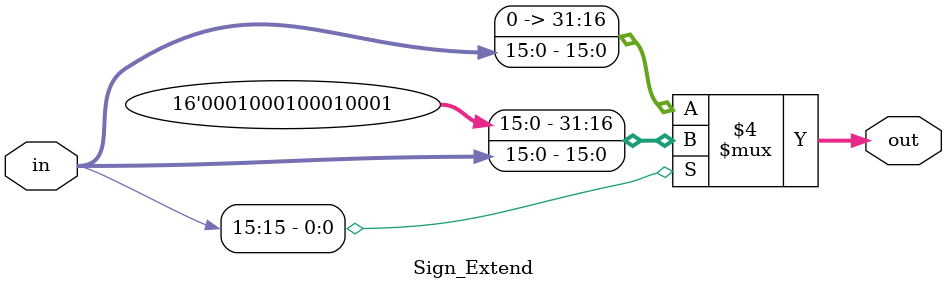
<source format=v>
`timescale 1ns / 1ps
module Sign_Extend(
input [15:0] in,
output reg [31:0] out
);

always@(in) begin

	 if(in[15] == 1'b1)
		out <= {16'h1111, in};	
	 else 
	 out <= {16'h0000, in};
	 
end

endmodule

</source>
